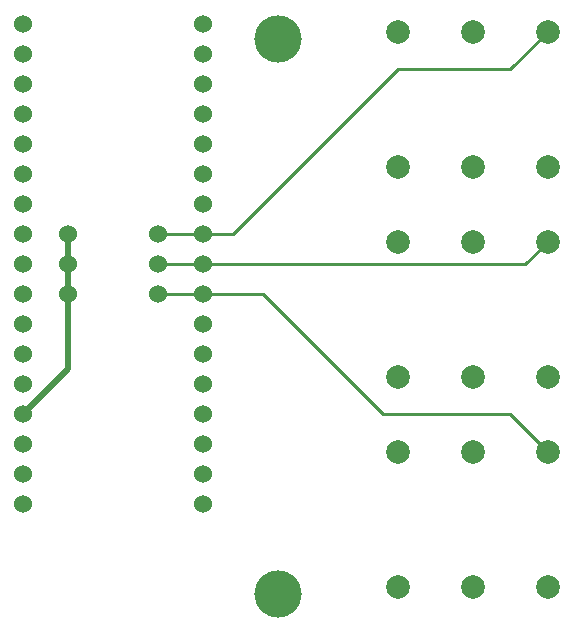
<source format=gbr>
G04 #@! TF.GenerationSoftware,KiCad,Pcbnew,5.1.5-52549c5~84~ubuntu18.04.1*
G04 #@! TF.CreationDate,2020-03-07T09:10:50-05:00*
G04 #@! TF.ProjectId,pedal-controller,70656461-6c2d-4636-9f6e-74726f6c6c65,rev?*
G04 #@! TF.SameCoordinates,Original*
G04 #@! TF.FileFunction,Copper,L1,Top*
G04 #@! TF.FilePolarity,Positive*
%FSLAX46Y46*%
G04 Gerber Fmt 4.6, Leading zero omitted, Abs format (unit mm)*
G04 Created by KiCad (PCBNEW 5.1.5-52549c5~84~ubuntu18.04.1) date 2020-03-07 09:10:50*
%MOMM*%
%LPD*%
G04 APERTURE LIST*
%ADD10C,4.000000*%
%ADD11C,1.524000*%
%ADD12C,2.000000*%
%ADD13C,0.250000*%
%ADD14C,0.500000*%
G04 APERTURE END LIST*
D10*
X144780000Y-59690000D03*
X144780000Y-106680000D03*
D11*
X138430000Y-96520000D03*
X138430000Y-99060000D03*
X138430000Y-93980000D03*
X138430000Y-91440000D03*
X138430000Y-88900000D03*
X138430000Y-86360000D03*
X138430000Y-83820000D03*
X138430000Y-81280000D03*
X138430000Y-78740000D03*
X138430000Y-76200000D03*
X138430000Y-73660000D03*
X138430000Y-71120000D03*
X138430000Y-68580000D03*
X138430000Y-66040000D03*
X138430000Y-63500000D03*
X138430000Y-60960000D03*
X138430000Y-58420000D03*
X123190000Y-99060000D03*
X123190000Y-96520000D03*
X123190000Y-93980000D03*
X123190000Y-91440000D03*
X123190000Y-88900000D03*
X123190000Y-86360000D03*
X123190000Y-83820000D03*
X123190000Y-81280000D03*
X123190000Y-78740000D03*
X123190000Y-76200000D03*
X123190000Y-73660000D03*
X123190000Y-71120000D03*
X123190000Y-68580000D03*
X123190000Y-66040000D03*
X123190000Y-63500000D03*
X123190000Y-60960000D03*
X123190000Y-58420000D03*
X134620000Y-76200000D03*
X127000000Y-76200000D03*
X134620000Y-81280000D03*
X127000000Y-81280000D03*
X134620000Y-78740000D03*
X127000000Y-78740000D03*
D12*
X167640000Y-106030000D03*
X167640000Y-94630000D03*
X161290000Y-106030000D03*
X161290000Y-94630000D03*
X154940000Y-106030000D03*
X154940000Y-94630000D03*
X167640000Y-88250000D03*
X167640000Y-76850000D03*
X161290000Y-88250000D03*
X161290000Y-76850000D03*
X154940000Y-88250000D03*
X154940000Y-76850000D03*
X167640000Y-70470000D03*
X167640000Y-59070000D03*
X161290000Y-70470000D03*
X161290000Y-59070000D03*
X154940000Y-70470000D03*
X154940000Y-59070000D03*
D13*
X138430000Y-76200000D02*
X134620000Y-76200000D01*
X138430000Y-78740000D02*
X134620000Y-78740000D01*
X138430000Y-81280000D02*
X134620000Y-81280000D01*
D14*
X127000000Y-76200000D02*
X127000000Y-87630000D01*
X127000000Y-87630000D02*
X123190000Y-91440000D01*
D13*
X139700000Y-76200000D02*
X138430000Y-76200000D01*
X138430000Y-81280000D02*
X138430000Y-81280000D01*
X138430000Y-81280000D02*
X142240000Y-81280000D01*
X138430000Y-76200000D02*
X140970000Y-76200000D01*
X140970000Y-76200000D02*
X154940000Y-62230000D01*
X138430000Y-81280000D02*
X143510000Y-81280000D01*
X143510000Y-81280000D02*
X153670000Y-91440000D01*
X164450000Y-91440000D02*
X167640000Y-94630000D01*
X164480000Y-62230000D02*
X167640000Y-59070000D01*
X154940000Y-62230000D02*
X164480000Y-62230000D01*
X165750000Y-78740000D02*
X167640000Y-76850000D01*
X138430000Y-78740000D02*
X165750000Y-78740000D01*
X153670000Y-91440000D02*
X164450000Y-91440000D01*
M02*

</source>
